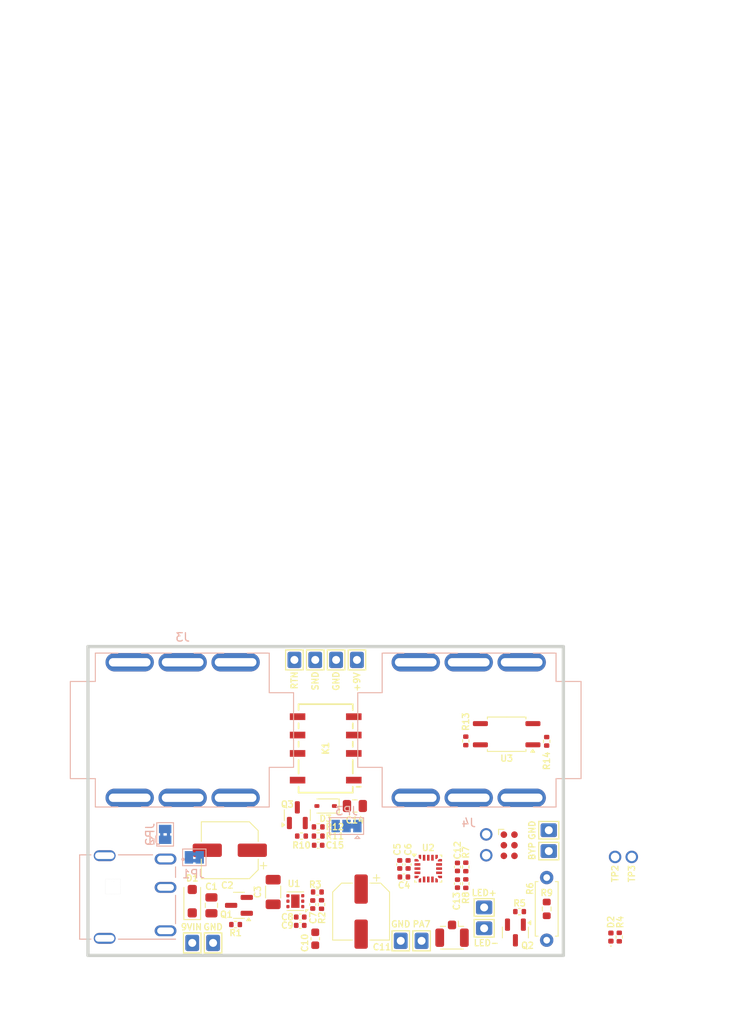
<source format=kicad_pcb>
(kicad_pcb (version 20241229) (generator "pcbnew") (generator_version "9.0")
  (layers (0 "F.Cu" signal) (2 "B.Cu" signal) (13 "F.Paste" user) (15 "B.Paste" user) (5 "F.SilkS" user "F.Silkscreen") (7 "B.SilkS" user "B.Silkscreen") (1 "F.Mask" user) (3 "B.Mask" user) (25 "Edge.Cuts" user))
  (net 0 "")
  (net 1 "GNDD")
  (net 2 "+9V")
  (net 3 "+3.3V")
  (net 4 "/ISNS")
  (net 5 "/FB")
  (net 6 "GNDA")
  (net 7 "GND")
  (net 8 "+9VIN")
  (net 9 "/Relay_And_Jacks/RLY_CL-")
  (net 10 "/rLED_DBG")
  (net 12 "Net-(Q2-G)")
  (net 13 "/Relay_And_Jacks/IN")
  (net 14 "/RLY_SET")
  (net 15 "/SW_IN")
  (net 16 "/UART1_RX")
  (net 17 "/SWDIO")
  (net 18 "/SW_OUT")
  (net 19 "/Relay_And_Jacks/OUT")
  (net 20 "Net-(R14-Pad1)")
  (net 21 "/Relay_And_Jacks/SEND")
  (net 22 "/NRST")
  (net 23 "/Relay_And_Jacks/RETURN")
  (net 24 "/UART1_TX")
  (net 25 "/Q1_G")
  (net 26 "/LED-")
  (net 27 "/SW_BYP")
  (net 28 "/SW_SPR")
  (net 29 "/SWCLK")
  (net 30 "Net-(Q3-G)")
  (net 31 "/LED_EXT")
  (net 33 "/MUTE")
  (net 34 "/LED_DBG")
  (net 35 "/rSW_BYP")
  (net 36 "/rSW_SPR")
  (net 37 "/LED+")
  (net 38 "/CLK_IN")
  (net 39 "/SPR_PA8")
  (net 40 "/SPR_PA3")
  (net 42 "/Relay_And_Jacks/RLY_CL+")
  (net 48 "/Relay_And_Jacks/OUT_R")
  (net 49 "/Relay_And_Jacks/ISNS_R")
  (footprint "Capacitor_SMD:CP_Elec_6.3x5.8" (layer "F.Cu") (at 58.05 145.4 180)
    (property "Reference" "C2" (at 0.3 -4.2 0) (layer "F.SilkS") (effects (font (size 0.75 0.75))))
    (property "Value" "47u")
    (pad "1" smd roundrect (at -2.7 0 180) (size 3.5 1.6) (layers "F.Cu" "F.Mask" "F.Paste") (roundrect_rratio 0.15625) (net 2 "+9V"))
    (pad "2" smd roundrect (at 2.7 0 180) (size 3.5 1.6) (layers "F.Cu" "F.Mask" "F.Paste") (roundrect_rratio 0.15625) (net 7 "GND"))
  )
  (footprint "Package_DFN_QFN:ST_UFQFPN-20_3x3mm_P0.5mm" (layer "F.Cu") (at 81.85 147.6)
    (property "Reference" "U2" (at 0 -2.5 0) (layer "F.SilkS") (effects (font (size 0.75 0.75))))
    (property "Value" "STM32C011F4Ux")
    (pad "1" smd custom (at -1.475 -1) (size 0.35 0.3) (layers "F.Cu" "F.Mask" "F.Paste") (options (clearance outline) (anchor rect)) (primitives (gr_poly (pts (xy 0.325 0) (xy 0.325 0.15) (xy 0.175 0.15) (xy 0.175 -0.15)) (width 0) (fill yes))))
    (pad "2" smd rect (at -1.3 -0.5) (size 0.7 0.3) (layers "F.Cu" "F.Mask" "F.Paste") (net 3 "+3.3V"))
    (pad "3" smd rect (at -1.3 0) (size 0.7 0.3) (layers "F.Cu" "F.Mask" "F.Paste") (net 1 "GNDD"))
    (pad "4" smd rect (at -1.3 0.5) (size 0.7 0.3) (layers "F.Cu" "F.Mask" "F.Paste") (net 22 "/NRST"))
    (pad "5" smd custom (at -1.475 1) (size 0.35 0.3) (layers "F.Cu" "F.Mask" "F.Paste") (net 24 "/UART1_TX") (options (clearance outline) (anchor rect)) (primitives (gr_poly (pts (xy 0.325 0) (xy 0.175 0.15) (xy 0.175 -0.15) (xy 0.325 -0.15)) (width 0) (fill yes))))
    (pad "6" smd custom (at -1 1.475) (size 0.3 0.35) (layers "F.Cu" "F.Mask" "F.Paste") (net 16 "/UART1_RX") (options (clearance outline) (anchor rect)) (primitives (gr_poly (pts (xy 0.15 -0.175) (xy -0.15 -0.175) (xy 0 -0.325) (xy 0.15 -0.325)) (width 0) (fill yes))))
    (pad "7" smd rect (at -0.5 1.3) (size 0.3 0.7) (layers "F.Cu" "F.Mask" "F.Paste") (net 4 "/ISNS"))
    (pad "8" smd rect (at 0 1.3) (size 0.3 0.7) (layers "F.Cu" "F.Mask" "F.Paste") (net 40 "/SPR_PA3"))
    (pad "9" smd rect (at 0.5 1.3) (size 0.3 0.7) (layers "F.Cu" "F.Mask" "F.Paste") (net 31 "/LED_EXT"))
    (pad "10" smd custom (at 1 1.475) (size 0.3 0.35) (layers "F.Cu" "F.Mask" "F.Paste") (net 14 "/RLY_SET") (options (clearance outline) (anchor rect)) (primitives (gr_poly (pts (xy 0.15 -0.175) (xy -0.15 -0.175) (xy -0.15 -0.325) (xy 0 -0.325)) (width 0) (fill yes))))
    (pad "11" smd custom (at 1.475 1) (size 0.35 0.3) (layers "F.Cu" "F.Mask" "F.Paste") (net 27 "/SW_BYP") (options (clearance outline) (anchor rect)) (primitives (gr_poly (pts (xy -0.175 0.15) (xy -0.325 0) (xy -0.325 -0.15) (xy -0.175 -0.15)) (width 0) (fill yes))))
    (pad "12" smd rect (at 1.3 0.5) (size 0.7 0.3) (layers "F.Cu" "F.Mask" "F.Paste") (net 28 "/SW_SPR"))
    (pad "13" smd rect (at 1.3 0) (size 0.7 0.3) (layers "F.Cu" "F.Mask" "F.Paste") (net 39 "/SPR_PA8"))
    (pad "14" smd rect (at 1.3 -0.5) (size 0.7 0.3) (layers "F.Cu" "F.Mask" "F.Paste") (net 34 "/LED_DBG"))
    (pad "15" smd custom (at 1.475 -1) (size 0.35 0.3) (layers "F.Cu" "F.Mask" "F.Paste") (net 33 "/MUTE") (options (clearance outline) (anchor rect)) (primitives (gr_poly (pts (xy -0.175 0.15) (xy -0.325 0.15) (xy -0.325 0) (xy -0.175 -0.15)) (width 0) (fill yes))))
    (pad "16" smd custom (at 1 -1.475) (size 0.3 0.35) (layers "F.Cu" "F.Mask" "F.Paste") (net 17 "/SWDIO") (options (clearance outline) (anchor rect)) (primitives (gr_poly (pts (xy 0 0.325) (xy -0.15 0.325) (xy -0.15 0.175) (xy 0.15 0.175)) (width 0) (fill yes))))
    (pad "17" smd rect (at 0.5 -1.3) (size 0.3 0.7) (layers "F.Cu" "F.Mask" "F.Paste") (net 29 "/SWCLK"))
    (pad "18" smd rect (at 0 -1.3) (size 0.3 0.7) (layers "F.Cu" "F.Mask" "F.Paste") (net 15 "/SW_IN"))
    (pad "19" smd rect (at -0.5 -1.3) (size 0.3 0.7) (layers "F.Cu" "F.Mask" "F.Paste") (net 18 "/SW_OUT"))
    (pad "20" smd custom (at -1 -1.475) (size 0.3 0.35) (layers "F.Cu" "F.Mask" "F.Paste") (net 38 "/CLK_IN") (options (clearance outline) (anchor rect)) (primitives (gr_poly (pts (xy 0.15 0.325) (xy 0 0.325) (xy -0.15 0.175) (xy 0.15 0.175)) (width 0) (fill yes))))
  )
  (footprint "Connector:Tag-Connect_TC2030-IDC-NL_2x03_P1.27mm_Vertical" (layer "F.Cu") (at 91.55 144.8 -90)
    (property "Reference" "J2" (hide yes))
    (property "Value" "TC2030")
    (pad "" np_thru_hole circle (at -2.54 0 270) (size 0.9906 0.9906) (drill 0.9906) (layers "*.Cu" "*.Mask"))
    (pad "" np_thru_hole circle (at 2.54 -1.016 270) (size 0.9906 0.9906) (drill 0.9906) (layers "*.Cu" "*.Mask"))
    (pad "" np_thru_hole circle (at 2.54 1.016 270) (size 0.9906 0.9906) (drill 0.9906) (layers "*.Cu" "*.Mask"))
    (pad "1" connect circle (at -1.27 0.635 270) (size 0.7874 0.7874) (layers "F.Cu" "F.Mask") (net 3 "+3.3V"))
    (pad "2" connect circle (at -1.27 -0.635 270) (size 0.7874 0.7874) (layers "F.Cu" "F.Mask") (net 17 "/SWDIO"))
    (pad "3" connect circle (at 0 0.635 270) (size 0.7874 0.7874) (layers "F.Cu" "F.Mask") (net 22 "/NRST"))
    (pad "4" connect circle (at 0 -0.635 270) (size 0.7874 0.7874) (layers "F.Cu" "F.Mask") (net 29 "/SWCLK"))
    (pad "5" connect circle (at 1.27 0.635 270) (size 0.7874 0.7874) (layers "F.Cu" "F.Mask") (net 1 "GNDD"))
    (pad "6" connect circle (at 1.27 -0.635 270) (size 0.7874 0.7874) (layers "F.Cu" "F.Mask") (net 24 "/UART1_TX"))
  )
  (footprint "Capacitor_SMD:C_0805_2012Metric" (layer "F.Cu") (at 55.85 152 90)
    (property "Reference" "C1" (at 2.25 0 0) (layer "F.SilkS") (effects (font (size 0.75 0.75))))
    (property "Value" "1u")
    (pad "1" smd roundrect (at -0.95 0 90) (size 1 1.45) (layers "F.Cu" "F.Mask" "F.Paste") (net 8 "+9VIN"))
    (pad "2" smd roundrect (at 0.95 0 90) (size 1 1.45) (layers "F.Cu" "F.Mask" "F.Paste") (net 7 "GND"))
  )
  (footprint "Resistor_SMD:R_0402_1005Metric" (layer "F.Cu") (at 69.05 151.9 90)
    (property "Reference" "R2" (at -1.6 0.05 270) (layer "F.SilkS") (effects (font (size 0.75 0.75))))
    (property "Value" "33k")
    (pad "1" smd roundrect (at -0.51 0 90) (size 0.54 0.64) (layers "F.Cu" "F.Mask" "F.Paste") (net 3 "+3.3V"))
    (pad "2" smd roundrect (at 0.51 0 90) (size 0.54 0.64) (layers "F.Cu" "F.Mask" "F.Paste") (net 5 "/FB"))
  )
  (footprint "Capacitor_SMD:C_0603_1608Metric" (layer "F.Cu") (at 68.3 156 -90)
    (property "Reference" "C10" (at 0.5 1.25 90) (layer "F.SilkS") (effects (font (size 0.75 0.75))))
    (property "Value" "1u")
    (pad "1" smd roundrect (at -0.775 0 270) (size 0.9 0.95) (layers "F.Cu" "F.Mask" "F.Paste") (net 3 "+3.3V"))
    (pad "2" smd roundrect (at 0.775 0 270) (size 0.9 0.95) (layers "F.Cu" "F.Mask" "F.Paste") (net 1 "GNDD"))
  )
  (footprint "Resistor_SMD:R_0402_1005Metric" (layer "F.Cu") (at 86.35 132.3 -90)
    (property "Reference" "R13" (at -2.3 0 90) (layer "F.SilkS") (effects (font (size 0.75 0.75))))
    (property "Value" "1k")
    (pad "1" smd roundrect (at -0.51 0 270) (size 0.54 0.64) (layers "F.Cu" "F.Mask" "F.Paste") (net 48 "/Relay_And_Jacks/OUT_R"))
    (pad "2" smd roundrect (at 0.51 0 270) (size 0.54 0.64) (layers "F.Cu" "F.Mask" "F.Paste") (net 19 "/Relay_And_Jacks/OUT"))
  )
  (footprint "Capacitor_SMD:C_0402_1005Metric" (layer "F.Cu") (at 85.35 149.4 -90)
    (property "Reference" "C13" (at 2.1 0.1 90) (layer "F.SilkS") (effects (font (size 0.75 0.75))))
    (property "Value" "100n")
    (pad "1" smd roundrect (at -0.48 0 270) (size 0.56 0.62) (layers "F.Cu" "F.Mask" "F.Paste") (net 27 "/SW_BYP"))
    (pad "2" smd roundrect (at 0.48 0 270) (size 0.56 0.62) (layers "F.Cu" "F.Mask" "F.Paste") (net 1 "GNDD"))
  )
  (footprint "Resistor_SMD:R_0402_1005Metric" (layer "F.Cu") (at 68.65 143.7 180)
    (property "Reference" "R11" (at -2 0 0) (layer "F.SilkS") (effects (font (size 0.75 0.75))))
    (property "Value" "1k")
    (pad "1" smd roundrect (at -0.51 0 180) (size 0.54 0.64) (layers "F.Cu" "F.Mask" "F.Paste") (net 4 "/ISNS"))
    (pad "2" smd roundrect (at 0.51 0 180) (size 0.54 0.64) (layers "F.Cu" "F.Mask" "F.Paste") (net 49 "/Relay_And_Jacks/ISNS_R"))
  )
  (footprint "g-art:WirePad_H0.95mm_22-24AWG" (layer "F.Cu") (at 73.3 122.6)
    (property "Reference" "WP8" (hide yes))
    (property "Value" "+9V" (at 0 1.4 90) (layer "F.SilkS") (effects (font (size 0.75 0.75)) (justify right)))
    (pad "1" thru_hole roundrect (at 0 0 180) (size 1.65 1.95) (drill 0.95) (layers "*.Cu" "F.Mask" "F.Paste") (roundrect_rratio 0.15) (net 2 "+9V"))
  )
  (footprint "Resistor_SMD:R_0402_1005Metric" (layer "F.Cu") (at 86.35 147.4 -90)
    (property "Reference" "R7" (at -1.75 0 90) (layer "F.SilkS") (effects (font (size 0.75 0.75))))
    (property "Value" "1k")
    (pad "1" smd roundrect (at -0.51 0 270) (size 0.54 0.64) (layers "F.Cu" "F.Mask" "F.Paste") (net 28 "/SW_SPR"))
    (pad "2" smd roundrect (at 0.51 0 270) (size 0.54 0.64) (layers "F.Cu" "F.Mask" "F.Paste") (net 36 "/rSW_SPR"))
  )
  (footprint "Package_TO_SOT_SMD:SOT-23" (layer "F.Cu") (at 59.15 152 180)
    (property "Reference" "Q1" (at 1.5 -1.1 0) (layer "F.SilkS") (effects (font (size 0.75 0.75))))
    (property "Value" "DMP3099L")
    (pad "1" smd roundrect (at -0.9375 -0.95 180) (size 1.475 0.6) (layers "F.Cu" "F.Mask" "F.Paste") (net 25 "/Q1_G"))
    (pad "2" smd roundrect (at -0.9375 0.95 180) (size 1.475 0.6) (layers "F.Cu" "F.Mask" "F.Paste") (net 2 "+9V"))
    (pad "3" smd roundrect (at 0.9375 0 180) (size 1.475 0.6) (layers "F.Cu" "F.Mask" "F.Paste") (net 8 "+9VIN"))
  )
  (footprint "Resistor_SMD:R_0402_1005Metric" (layer "F.Cu") (at 66.65 143.7 180)
    (property "Reference" "R10" (at 0 -1.1 180) (layer "F.SilkS") (effects (font (size 0.75 0.75))))
    (property "Value" "1k")
    (pad "1" smd roundrect (at -0.51 0 180) (size 0.54 0.64) (layers "F.Cu" "F.Mask" "F.Paste") (net 14 "/RLY_SET"))
    (pad "2" smd roundrect (at 0.51 0 180) (size 0.54 0.64) (layers "F.Cu" "F.Mask" "F.Paste") (net 30 "Net-(Q3-G)"))
  )
  (footprint "g-art:WirePad_H0.95mm_22-24AWG" (layer "F.Cu") (at 53.55 156.5)
    (property "Reference" "WP1" (hide yes))
    (property "Value" "9VIN" (at -0.1 -1.9 0) (layer "F.SilkS") (effects (font (size 0.75 0.75))))
    (pad "1" thru_hole roundrect (at 0 0 180) (size 1.65 1.95) (drill 0.95) (layers "*.Cu" "F.Mask" "F.Paste") (roundrect_rratio 0.15) (net 8 "+9VIN"))
  )
  (footprint "Package_TO_SOT_SMD:SOT-23" (layer "F.Cu") (at 66.15 141.2 90)
    (property "Reference" "Q3" (at 1.3 -1.2 180) (layer "F.SilkS") (effects (font (size 0.75 0.75))))
    (property "Value" "DMN62D0U-7")
    (pad "1" smd roundrect (at -0.9375 -0.95 90) (size 1.475 0.6) (layers "F.Cu" "F.Mask" "F.Paste") (net 30 "Net-(Q3-G)"))
    (pad "2" smd roundrect (at -0.9375 0.95 90) (size 1.475 0.6) (layers "F.Cu" "F.Mask" "F.Paste") (net 49 "/Relay_And_Jacks/ISNS_R"))
    (pad "3" smd roundrect (at 0.9375 0 90) (size 1.475 0.6) (layers "F.Cu" "F.Mask" "F.Paste") (net 9 "/Relay_And_Jacks/RLY_CL-"))
  )
  (footprint "g-art:WirePad_H0.95mm_22-24AWG" (layer "F.Cu") (at 88.55 152.25 90)
    (property "Reference" "WP10" (hide yes))
    (property "Value" "LED+" (at 1.75 0 0) (layer "F.SilkS") (effects (font (size 0.75 0.75))))
    (pad "1" thru_hole roundrect (at 0 0 270) (size 1.65 1.95) (drill 0.95) (layers "*.Cu" "F.Mask" "F.Paste") (roundrect_rratio 0.15) (net 37 "/LED+"))
  )
  (footprint "Capacitor_SMD:C_0805_2012Metric" (layer "F.Cu") (at 73.05 140.1)
    (property "Reference" "C14" (at 0 1.7 0) (layer "F.SilkS") (effects (font (size 0.75 0.75))))
    (property "Value" "1u")
    (pad "1" smd roundrect (at -0.95 0) (size 1 1.45) (layers "F.Cu" "F.Mask" "F.Paste") (net 42 "/Relay_And_Jacks/RLY_CL+"))
    (pad "2" smd roundrect (at 0.95 0) (size 1 1.45) (layers "F.Cu" "F.Mask" "F.Paste") (net 1 "GNDD"))
  )
  (footprint "g-art:WirePad_H0.95mm_22-24AWG" (layer "F.Cu") (at 68.3 122.6)
    (property "Reference" "WP6" (hide yes))
    (property "Value" "SND" (at 0 1.3 90) (layer "F.SilkS") (effects (font (size 0.75 0.75)) (justify right)))
    (pad "1" thru_hole roundrect (at 0 0 180) (size 1.65 1.95) (drill 0.95) (layers "*.Cu" "F.Mask" "F.Paste") (roundrect_rratio 0.15) (net 21 "/Relay_And_Jacks/SEND"))
  )
  (footprint "Resistor_SMD:R_0402_1005Metric" (layer "F.Cu") (at 92.8 152.75)
    (property "Reference" "R5" (at 0 -1 0) (layer "F.SilkS") (effects (font (size 0.75 0.75))))
    (property "Value" "1k")
    (pad "1" smd roundrect (at -0.51 0) (size 0.54 0.64) (layers "F.Cu" "F.Mask" "F.Paste") (net 31 "/LED_EXT"))
    (pad "2" smd roundrect (at 0.51 0) (size 0.54 0.64) (layers "F.Cu" "F.Mask" "F.Paste") (net 12 "Net-(Q2-G)"))
  )
  (footprint "g-art:WirePad_H0.95mm_22-24AWG" (layer "F.Cu") (at 96.3 143 90)
    (property "Reference" "WP5" (hide yes))
    (property "Value" "GND" (at 0 -2 90) (layer "F.SilkS") (effects (font (size 0.75 0.75))))
    (pad "1" thru_hole roundrect (at 0 0 270) (size 1.65 1.95) (drill 0.95) (layers "*.Cu" "F.Mask" "F.Paste") (roundrect_rratio 0.15) (net 1 "GNDD"))
  )
  (footprint "LED_SMD:LED_0402_1005Metric" (layer "F.Cu") (at 103.75 155.8 90)
    (property "Reference" "D2" (at 1.8 0 90) (layer "F.SilkS") (effects (font (size 0.75 0.75))))
    (property "Value" "Red")
    (pad "1" smd roundrect (at -0.485 0 90) (size 0.59 0.64) (layers "F.Cu" "F.Mask" "F.Paste") (net 1 "GNDD"))
    (pad "2" smd roundrect (at 0.485 0 90) (size 0.59 0.64) (layers "F.Cu" "F.Mask" "F.Paste") (net 10 "/rLED_DBG"))
  )
  (footprint "g-art:TestPoint_PTH_H1.02mm_NoOutline" (layer "F.Cu") (at 88.8 146 -90)
    (property "Reference" "TP4" (hide yes))
    (property "Value" "TX")
    (pad "1" thru_hole circle (at 0 0 270) (size 1.5 1.5) (drill 1.02) (layers "*.Cu" "F.Mask" "F.Paste") (net 24 "/UART1_TX"))
  )
  (footprint "g-art:WirePad_H0.95mm_22-24AWG" (layer "F.Cu") (at 78.55 156.25)
    (property "Reference" "WP12" (hide yes))
    (property "Value" "GND" (at 0 -2 0) (layer "F.SilkS") (effects (font (size 0.75 0.75))))
    (pad "1" thru_hole roundrect (at 0 0 180) (size 1.65 1.95) (drill 0.95) (layers "*.Cu" "F.Mask" "F.Paste") (roundrect_rratio 0.15) (net 1 "GNDD"))
  )
  (footprint "Resistor_SMD:R_0402_1005Metric" (layer "F.Cu") (at 68.65 142.6)
    (property "Reference" "R12" (at 2 0 0) (layer "F.SilkS") (effects (font (size 0.75 0.75))))
    (property "Value" "3.3")
    (pad "1" smd roundrect (at -0.51 0) (size 0.54 0.64) (layers "F.Cu" "F.Mask" "F.Paste") (net 49 "/Relay_And_Jacks/ISNS_R"))
    (pad "2" smd roundrect (at 0.51 0) (size 0.54 0.64) (layers "F.Cu" "F.Mask" "F.Paste") (net 1 "GNDD"))
  )
  (footprint "g-res:R_Axial_DIN0207_L6.3mm_D2.5mm_P7.5mm_Horizontal" (layer "F.Cu") (at 96.05 148.675 -90)
    (property "Reference" "R6" (at 1.325 2 90) (layer "F.SilkS") (effects (font (size 0.75 0.75))))
    (property "Value" "3.3k")
    (pad "1" thru_hole circle (at 0 0 270) (size 1.6 1.6) (drill 0.8) (layers "*.Cu" "*.Mask") (net 2 "+9V"))
    (pad "2" thru_hole oval (at 7.5 0 270) (size 1.6 1.6) (drill 0.8) (layers "*.Cu" "*.Mask") (net 37 "/LED+"))
  )
  (footprint "Capacitor_SMD:C_0402_1005Metric" (layer "F.Cu") (at 78.93 148.6 180)
    (property "Reference" "C4" (at -0.02 -1 0) (layer "F.SilkS") (effects (font (size 0.75 0.75))))
    (property "Value" "100n")
    (pad "1" smd roundrect (at -0.48 0 180) (size 0.56 0.62) (layers "F.Cu" "F.Mask" "F.Paste") (net 22 "/NRST"))
    (pad "2" smd roundrect (at 0.48 0 180) (size 0.56 0.62) (layers "F.Cu" "F.Mask" "F.Paste") (net 1 "GNDD"))
  )
  (footprint "Capacitor_SMD:C_1206_3216Metric" (layer "F.Cu") (at 63.25 150.4 90)
    (property "Reference" "C3" (at 0 -1.85 90) (layer "F.SilkS") (effects (font (size 0.75 0.75))))
    (property "Value" "2.2u")
    (pad "1" smd roundrect (at -1.475 0 90) (size 1.15 1.8) (layers "F.Cu" "F.Mask" "F.Paste") (roundrect_rratio 0.217391) (net 2 "+9V"))
    (pad "2" smd roundrect (at 1.475 0 90) (size 1.15 1.8) (layers "F.Cu" "F.Mask" "F.Paste") (roundrect_rratio 0.217391) (net 1 "GNDD"))
  )
  (footprint "g-art:WirePad_H0.95mm_22-24AWG" (layer "F.Cu") (at 88.55 154.75 90)
    (property "Reference" "WP11" (hide yes))
    (property "Value" "LED-" (at -1.75 0.25 0) (layer "F.SilkS") (effects (font (size 0.75 0.75))))
    (pad "1" thru_hole roundrect (at 0 0 270) (size 1.65 1.95) (drill 0.95) (layers "*.Cu" "F.Mask" "F.Paste") (roundrect_rratio 0.15) (net 26 "/LED-"))
  )
  (footprint "Resistor_SMD:R_0402_1005Metric" (layer "F.Cu") (at 58.75 154.3 180)
    (property "Reference" "R1" (at 0 -1 0) (layer "F.SilkS") (effects (font (size 0.75 0.75))))
    (property "Value" "100k")
    (pad "1" smd roundrect (at -0.51 0 180) (size 0.54 0.64) (layers "F.Cu" "F.Mask" "F.Paste") (net 25 "/Q1_G"))
    (pad "2" smd roundrect (at 0.51 0 180) (size 0.54 0.64) (layers "F.Cu" "F.Mask" "F.Paste") (net 7 "GND"))
  )
  (footprint "g-art:WirePad_H0.95mm_22-24AWG" (layer "F.Cu") (at 81.05 156.25)
    (property "Reference" "WP3" (hide yes))
    (property "Value" "PA7" (at 0 -2 0) (layer "F.SilkS") (effects (font (size 0.75 0.75))))
    (pad "1" thru_hole roundrect (at 0 0 180) (size 1.65 1.95) (drill 0.95) (layers "*.Cu" "F.Mask" "F.Paste") (roundrect_rratio 0.15) (net 36 "/rSW_SPR"))
  )
  (footprint "Resistor_SMD:R_0402_1005Metric" (layer "F.Cu") (at 104.75 155.8 90)
    (property "Reference" "R4" (at 1.8 0.1 90) (layer "F.SilkS") (effects (font (size 0.75 0.75))))
    (property "Value" "470")
    (pad "1" smd roundrect (at -0.51 0 90) (size 0.54 0.64) (layers "F.Cu" "F.Mask" "F.Paste") (net 34 "/LED_DBG"))
    (pad "2" smd roundrect (at 0.51 0 90) (size 0.54 0.64) (layers "F.Cu" "F.Mask" "F.Paste") (net 10 "/rLED_DBG"))
  )
  (footprint "Capacitor_SMD:C_0402_1005Metric" (layer "F.Cu") (at 85.35 147.4 90)
    (property "Reference" "C12" (at 2 0 90) (layer "F.SilkS") (effects (font (size 0.75 0.75))))
    (property "Value" "100n")
    (pad "1" smd roundrect (at -0.48 0 90) (size 0.56 0.62) (layers "F.Cu" "F.Mask" "F.Paste") (net 28 "/SW_SPR"))
    (pad "2" smd roundrect (at 0.48 0 90) (size 0.56 0.62) (layers "F.Cu" "F.Mask" "F.Paste") (net 1 "GNDD"))
  )
  (footprint "g-rly:UD23NU" (layer "F.Cu") (at 69.55 133.2 90)
    (property "Reference" "K1" (at 0 0 90) (layer "F.SilkS") (effects (font (size 0.75 0.75) (thickness 0.254))))
    (property "Value" "IM05JR" (hide yes))
    (pad "1" smd rect (at -3.8 3.37 90) (size 0.8 1.86) (layers "F.Cu" "F.Mask" "F.Paste") (net 42 "/Relay_And_Jacks/RLY_CL+"))
    (pad "2" smd rect (at -0.6 3.37 90) (size 0.8 1.86) (layers "F.Cu" "F.Mask" "F.Paste") (net 6 "GNDA"))
    (pad "3" smd rect (at 1.6 3.37 90) (size 0.8 1.86) (layers "F.Cu" "F.Mask" "F.Paste") (net 21 "/Relay_And_Jacks/SEND"))
    (pad "4" smd rect (at 3.8 3.37 90) (size 0.8 1.86) (layers "F.Cu" "F.Mask" "F.Paste") (net 13 "/Relay_And_Jacks/IN"))
    (pad "5" smd rect (at 3.8 -3.37 90) (size 0.8 1.86) (layers "F.Cu" "F.Mask" "F.Paste") (net 23 "/Relay_And_Jacks/RETURN"))
    (pad "6" smd rect (at 1.6 -3.37 90) (size 0.8 1.86) (layers "F.Cu" "F.Mask" "F.Paste") (net 48 "/Relay_And_Jacks/OUT_R"))
    (pad "7" smd rect (at -0.6 -3.37 90) (size 0.8 1.86) (layers "F.Cu" "F.Mask" "F.Paste") (net 13 "/Relay_And_Jacks/IN"))
    (pad "8" smd rect (at -3.8 -3.37 90) (size 0.8 1.86) (layers "F.Cu" "F.Mask" "F.Paste") (net 9 "/Relay_And_Jacks/RLY_CL-"))
  )
  (footprint "Resistor_SMD:R_0603_1608Metric" (layer "F.Cu") (at 96.05 152.425 -90)
    (property "Reference" "R9" (at -1.925 0 180) (layer "F.SilkS") (effects (font (size 0.75 0.75))))
    (property "Value" "3.3k")
    (pad "1" smd roundrect (at -0.825 0 270) (size 0.8 0.95) (layers "F.Cu" "F.Mask" "F.Paste") (net 2 "+9V"))
    (pad "2" smd roundrect (at 0.825 0 270) (size 0.8 0.95) (layers "F.Cu" "F.Mask" "F.Paste") (net 37 "/LED+"))
  )
  (footprint "Capacitor_SMD:C_0402_1005Metric" (layer "F.Cu") (at 79.43 147.1 -90)
    (property "Reference" "C6" (at -1.8 0 90) (layer "F.SilkS") (effects (font (size 0.75 0.75))))
    (property "Value" "10n")
    (pad "1" smd roundrect (at -0.48 0 270) (size 0.56 0.62) (layers "F.Cu" "F.Mask" "F.Paste") (net 3 "+3.3V"))
    (pad "2" smd roundrect (at 0.48 0 270) (size 0.56 0.62) (layers "F.Cu" "F.Mask" "F.Paste") (net 1 "GNDD"))
  )
  (footprint "Package_SO:SO-4_4.4x3.9mm_P2.54mm" (layer "F.Cu") (at 91.25 131.5 180)
    (property "Reference" "U3" (at 0 -2.9 0) (layer "F.SilkS") (effects (font (size 0.75 0.75))))
    (property "Value" "TLP170AM")
    (pad "1" smd roundrect (at -3.15 -1.27 180) (size 1.8 0.6) (layers "F.Cu" "F.Mask" "F.Paste") (net 20 "Net-(R14-Pad1)"))
    (pad "2" smd roundrect (at -3.15 1.27 180) (size 1.8 0.6) (layers "F.Cu" "F.Mask" "F.Paste") (net 1 "GNDD"))
    (pad "3" smd roundrect (at 3.15 1.27 180) (size 1.8 0.6) (layers "F.Cu" "F.Mask" "F.Paste") (net 6 "GNDA"))
    (pad "4" smd roundrect (at 3.15 -1.27 180) (size 1.8 0.6) (layers "F.Cu" "F.Mask" "F.Paste") (net 19 "/Relay_And_Jacks/OUT"))
  )
  (footprint "g-art:TestPoint_PTH_H1.02mm_NoOutline" (layer "F.Cu") (at 104.25 146.2)
    (property "Reference" "TP2" (at 0 2 90) (layer "F.SilkS") (effects (font (size 0.75 0.75))))
    (property "Value" "PA3")
    (pad "1" thru_hole circle (at 0 0) (size 1.5 1.5) (drill 1.02) (layers "*.Cu" "F.Mask" "F.Paste") (net 40 "/SPR_PA3"))
  )
  (footprint "Connector_Coaxial:U.FL_Hirose_U.FL-R-SMT-1_Vertical" (layer "F.Cu") (at 84.7 155.4 -90)
    (property "Reference" "J5" (hide yes))
    (property "Value" "Conn_Coaxial_Small" (hide yes))
    (pad "1" smd roundrect (at -1.05 0 270) (size 1.05 1) (layers "F.Cu" "F.Mask" "F.Paste") (net 38 "/CLK_IN"))
    (pad "2" smd roundrect (at 0.475 -1.475 270) (size 2.2 1.05) (layers "F.Cu" "F.Mask" "F.Paste") (roundrect_rratio 0.2380952381) (net 1 "GNDD"))
    (pad "2" smd roundrect (at 0.475 1.475 270) (size 2.2 1.05) (layers "F.Cu" "F.Mask" "F.Paste") (roundrect_rratio 0.2380952381) (net 1 "GNDD"))
  )
  (footprint "g-art:WirePad_H0.95mm_22-24AWG" (layer "F.Cu") (at 70.8 122.6)
    (property "Reference" "WP9" (hide yes))
    (property "Value" "GND" (at 0 1.3 90) (layer "F.SilkS") (effects (font (size 0.75 0.75)) (justify right)))
    (pad "1" thru_hole roundrect (at 0 0 180) (size 1.65 1.95) (drill 0.95) (layers "*.Cu" "F.Mask" "F.Paste") (roundrect_rratio 0.15) (net 6 "GNDA"))
  )
  (footprint "g-art:Footswitch_SPST" (layer "F.Cu") (at 69.55 153.5)
    (property "Reference" "REF**" (hide yes))
    (property "Value" "Footswitch_SPST" (hide yes))
  )
  (footprint "Resistor_SMD:R_0402_1005Metric" (layer "F.Cu") (at 86.35 149.4 -90)
    (property "Reference" "R8" (at 1.7 0 90) (layer "F.SilkS") (effects (font (size 0.75 0.75))))
    (property "Value" "1k")
    (pad "1" smd roundrect (at -0.51 0 270) (size 0.54 0.64) (layers "F.Cu" "F.Mask" "F.Paste") (net 27 "/SW_BYP"))
    (pad "2" smd roundrect (at 0.51 0 270) (size 0.54 0.64) (layers "F.Cu" "F.Mask" "F.Paste") (net 35 "/rSW_BYP"))
  )
  (footprint "Resistor_SMD:R_0402_1005Metric" (layer "F.Cu") (at 96.05 132.35 90)
    (property "Reference" "R14" (at -2.35 0 90) (layer "F.SilkS") (effects (font (size 0.75 0.75))))
    (property "Value" "330")
    (pad "1" smd roundrect (at -0.51 0 90) (size 0.54 0.64) (layers "F.Cu" "F.Mask" "F.Paste") (net 20 "Net-(R14-Pad1)"))
    (pad "2" smd roundrect (at 0.51 0 90) (size 0.54 0.64) (layers "F.Cu" "F.Mask" "F.Paste") (net 33 "/MUTE"))
  )
  (footprint "Diode_SMD:D_SOD-323" (layer "F.Cu") (at 69.55 140.1 180)
    (property "Reference" "D3" (at 0 -1.5 180) (layer "F.SilkS") (effects (font (size 0.75 0.75))))
    (property "Value" "PMEG4010CEAX")
    (pad "1" smd roundrect (at -1.05 0 180) (size 0.6 0.45) (layers "F.Cu" "F.Mask" "F.Paste") (net 42 "/Relay_And_Jacks/RLY_CL+"))
    (pad "2" smd roundrect (at 1.05 0 180) (size 0.6 0.45) (layers "F.Cu" "F.Mask" "F.Paste") (net 9 "/Relay_And_Jacks/RLY_CL-"))
  )
  (footprint "g-art:WirePad_H0.95mm_22-24AWG" (layer "F.Cu") (at 65.8 122.6)
    (property "Reference" "WP7" (hide yes))
    (property "Value" "RTN" (at 0 1.3 90) (layer "F.SilkS") (effects (font (size 0.75 0.75)) (justify right)))
    (pad "1" thru_hole roundrect (at 0 0 180) (size 1.65 1.95) (drill 0.95) (layers "*.Cu" "F.Mask" "F.Paste") (roundrect_rratio 0.15) (net 23 "/Relay_And_Jacks/RETURN"))
  )
  (footprint "Resistor_SMD:R_0402_1005Metric" (layer "F.Cu") (at 68.55 150.4 180)
    (property "Reference" "R3" (at 0.25 0.9 0) (layer "F.SilkS") (effects (font (size 0.75 0.75))))
    (property "Value" "12k")
    (pad "1" smd roundrect (at -0.51 0 180) (size 0.54 0.64) (layers "F.Cu" "F.Mask" "F.Paste") (net 5 "/FB"))
    (pad "2" smd roundrect (at 0.51 0 180) (size 0.54 0.64) (layers "F.Cu" "F.Mask" "F.Paste") (net 1 "GNDD"))
  )
  (footprint "g-art:TestPoint_PTH_H1.02mm_NoOutline" (layer "F.Cu") (at 106.25 146.2)
    (property "Reference" "TP3" (at 0 2 90) (layer "F.SilkS") (effects (font (size 0.75 0.75))))
    (property "Value" "PA8")
    (pad "1" thru_hole circle (at 0 0) (size 1.5 1.5) (drill 1.02) (layers "*.Cu" "F.Mask" "F.Paste") (net 39 "/SPR_PA8"))
  )
  (footprint "Capacitor_SMD:C_0402_1005Metric" (layer "F.Cu") (at 66.5 153.4 180)
    (property "Reference" "C8" (at 1.55 0 0) (layer "F.SilkS") (effects (font (size 0.75 0.75))))
    (property "Value" "22n")
    (pad "1" smd roundrect (at -0.48 0 180) (size 0.56 0.62) (layers "F.Cu" "F.Mask" "F.Paste") (net 3 "+3.3V"))
    (pad "2" smd roundrect (at 0.48 0 180) (size 0.56 0.62) (layers "F.Cu" "F.Mask" "F.Paste") (net 1 "GNDD"))
  )
  (footprint "g-art:TestPoint_PTH_H1.02mm_NoOutline" (layer "F.Cu") (at 88.8 143.5 90)
    (property "Reference" "TP5" (hide yes))
    (property "Value" "RX")
    (pad "1" thru_hole circle (at 0 0 90) (size 1.5 1.5) (drill 1.02) (layers "*.Cu" "F.Mask" "F.Paste") (net 16 "/UART1_RX"))
  )
  (footprint "Capacitor_SMD:CP_Elec_6.3x5.8" (layer "F.Cu") (at 73.8 152.75 -90)
    (property "Reference" "C11" (at 4.25 -2.5 0) (layer "F.SilkS") (effects (font (size 0.75 0.75))))
    (property "Value" "47u")
    (pad "1" smd roundrect (at -2.7 0 270) (size 3.5 1.6) (layers "F.Cu" "F.Mask" "F.Paste") (roundrect_rratio 0.15625) (net 3 "+3.3V"))
    (pad "2" smd roundrect (at 2.7 0 270) (size 3.5 1.6) (layers "F.Cu" "F.Mask" "F.Paste") (roundrect_rratio 0.15625) (net 1 "GNDD"))
  )
  (footprint "Capacitor_SMD:C_0402_1005Metric" (layer "F.Cu") (at 78.43 147.1 -90)
    (property "Reference" "C5" (at -1.8 0.3 90) (layer "F.SilkS") (effects (font (size 0.75 0.75))))
    (property "Value" "100n")
    (pad "1" smd roundrect (at -0.48 0 270) (size 0.56 0.62) (layers "F.Cu" "F.Mask" "F.Paste") (net 3 "+3.3V"))
    (pad "2" smd roundrect (at 0.48 0 270) (size 0.56 0.62) (layers "F.Cu" "F.Mask" "F.Paste") (net 1 "GNDD"))
  )
  (footprint "Package_SON:WSON-6-1EP_2x2mm_P0.65mm_EP1x1.6mm" (layer "F.Cu") (at 65.9125 151.5 180)
    (property "Reference" "U1" (at 0.1625 2.1 0) (layer "F.SilkS") (effects (font (size 0.75 0.75))))
    (property "Value" "TLV76701DRVR")
    (pad "1" smd roundrect (at -0.8875 -0.65 180) (size 0.375 0.4) (layers "F.Cu" "F.Mask" "F.Paste") (net 3 "+3.3V"))
    (pad "2" smd roundrect (at -0.8875 0 180) (size 0.375 0.4) (layers "F.Cu" "F.Mask" "F.Paste") (net 5 "/FB"))
    (pad "3" smd roundrect (at -0.8875 0.65 180) (size 0.375 0.4) (layers "F.Cu" "F.Mask" "F.Paste") (net 1 "GNDD"))
    (pad "4" smd roundrect (at 0.8875 0.65 180) (size 0.375 0.4) (layers "F.Cu" "F.Mask" "F.Paste"))
    (pad "5" smd roundrect (at 0.8875 0 180) (size 0.375 0.4) (layers "F.Cu" "F.Mask" "F.Paste") (net 1 "GNDD"))
    (pad "6" smd roundrect (at 0.8875 -0.65 180) (size 0.375 0.4) (layers "F.Cu" "F.Mask" "F.Paste") (net 2 "+9V"))
    (pad "7" smd rect (at 0 0 180) (size 1 1.6) (property pad_prop_heatsink) (layers "F.Cu" "F.Mask") (net 1 "GNDD"))
  )
  (footprint "Package_TO_SOT_SMD:SOT-23" (layer "F.Cu") (at 92.3 155.25 -90)
    (property "Reference" "Q2" (at 1.5625 -1.45 180) (layer "F.SilkS") (effects (font (size 0.75 0.75))))
    (property "Value" "DMN62D0U-7")
    (pad "1" smd roundrect (at -0.9375 -0.95 270) (size 1.475 0.6) (layers "F.Cu" "F.Mask" "F.Paste") (net 12 "Net-(Q2-G)"))
    (pad "2" smd roundrect (at -0.9375 0.95 270) (size 1.475 0.6) (layers "F.Cu" "F.Mask" "F.Paste") (net 1 "GNDD"))
    (pad "3" smd roundrect (at 0.9375 0 270) (size 1.475 0.6) (layers "F.Cu" "F.Mask" "F.Paste") (net 26 "/LED-"))
  )
  (footprint "Capacitor_SMD:C_0402_1005Metric" (layer "F.Cu") (at 68 151.9 90)
    (property "Reference" "C7" (at -1.6 0.05 270) (layer "F.SilkS") (effects (font (size 0.75 0.75))))
    (property "Value" "10p")
    (pad "1" smd roundrect (at -0.48 0 90) (size 0.56 0.62) (layers "F.Cu" "F.Mask" "F.Paste") (net 3 "+3.3V"))
    (pad "2" smd roundrect (at 0.48 0 90) (size 0.56 0.62) (layers "F.Cu" "F.Mask" "F.Paste") (net 5 "/FB"))
  )
  (footprint "Capacitor_SMD:C_0402_1005Metric" (layer "F.Cu") (at 66.5 154.4 180)
    (property "Reference" "C9" (at 1.55 0 0) (layer "F.SilkS") (effects (font (size 0.75 0.75))))
    (property "Value" "220n")
    (pad "1" smd roundrect (at -0.48 0 180) (size 0.56 0.62) (layers "F.Cu" "F.Mask" "F.Paste") (net 3 "+3.3V"))
    (pad "2" smd roundrect (at 0.48 0 180) (size 0.56 0.62) (layers "F.Cu" "F.Mask" "F.Paste") (net 1 "GNDD"))
  )
  (footprint "Diode_SMD:D_SOD-123F" (layer "F.Cu") (at 53.55 151.5 90)
    (property "Reference" "D1" (at 2.75 0 0) (layer "F.SilkS") (effects (font (size 0.75 0.75))))
    (property "Value" "SMF4L9.0A")
    (pad "1" smd roundrect (at -1.4 0 90) (size 1.1 1.1) (layers "F.Cu" "F.Mask" "F.Paste") (roundrect_rratio 0.2272727273) (net 8 "+9VIN"))
    (pad "2" smd roundrect (at 1.4 0 90) (size 1.1 1.1) (layers "F.Cu" "F.Mask" "F.Paste") (roundrect_rratio 0.2272727273) (net 7 "GND"))
  )
  (footprint "Capacitor_SMD:C_0402_1005Metric" (layer "F.Cu") (at 68.65 144.8 180)
    (property "Reference" "C15" (at -2 0 0) (layer "F.SilkS") (effects (font (size 0.75 0.75))))
    (property "Value" "100n")
    (pad "1" smd roundrect (at -0.48 0 180) (size 0.56 0.62) (layers "F.Cu" "F.Mask" "F.Paste") (net 4 "/ISNS"))
    (pad "2" smd roundrect (at 0.48 0 180) (size 0.56 0.62) (layers "F.Cu" "F.Mask" "F.Paste") (net 1 "GNDD"))
  )
  (footprint "g-art:WirePad_H0.95mm_22-24AWG" (layer "F.Cu") (at 96.3 145.5 90)
    (property "Reference" "WP4" (hide yes))
    (property "Value" "BYP" (at 0 -2 90) (layer "F.SilkS") (effects (font (size 0.75 0.75))))
    (pad "1" thru_hole roundrect (at 0 0 270) (size 1.65 1.95) (drill 0.95) (layers "*.Cu" "F.Mask" "F.Paste") (roundrect_rratio 0.15) (net 35 "/rSW_BYP"))
  )
  (footprint "g-art:WirePad_H0.95mm_22-24AWG" (layer "F.Cu") (at 56.05 156.5)
    (property "Reference" "WP2" (hide yes))
    (property "Value" "GND" (at 0 -1.9 0) (layer "F.SilkS") (effects (font (size 0.75 0.75))))
    (pad "1" thru_hole roundrect (at 0 0 180) (size 1.65 1.95) (drill 0.95) (layers "*.Cu" "F.Mask" "F.Paste") (roundrect_rratio 0.15) (net 7 "GND"))
  )
  (footprint "g-con:BarrelJack_CUI_PJ-051A" (layer "B.Cu") (at 45.8 151 180)
    (property "Reference" "J1" (at -3.06902 6.77034 0) (layer "B.SilkS") (effects (font (size 1.000079 1.000079)) (justify mirror)))
    (property "Value" "3")
    (fp_line (start 2.65 2.15) (end 2.65 0.35) (stroke (width 0.01)) (layer "Edge.Cuts"))
    (fp_line (start 2.65 0.35) (end 0.85 0.35) (stroke (width 0.01)) (layer "Edge.Cuts"))
    (fp_line (start 0.85 2.15) (end 2.65 2.15) (stroke (width 0.01)) (layer "Edge.Cuts"))
    (fp_line (start 0.85 0.35) (end 0.85 2.15) (stroke (width 0.01)) (layer "Edge.Cuts"))
    (pad "" np_thru_hole circle (at 1.75 1.25 180) (size 1.3 1.3) (drill 1.3) (layers "*.Cu" "*.Mask"))
    (pad "1" thru_hole oval (at -4.55 4.55 180) (size 2.616 1.308) (drill oval 2 0.8) (layers "*.Cu" "*.Mask") (net 7 "GND"))
    (pad "2" thru_hole oval (at -4.55 -4.05 180) (size 2.616 1.308) (drill oval 2 0.8) (layers "*.Cu" "*.Mask") (net 8 "+9VIN"))
    (pad "3" thru_hole oval (at -4.55 1.15 180) (size 2.616 1.308) (drill oval 2 0.8) (layers "*.Cu" "*.Mask"))
    (pad "SH1" thru_hole oval (at 2.75 4.95 180) (size 2.616 1.308) (drill oval 2.3 0.8) (layers "*.Cu" "*.Mask") (net 7 "GND"))
    (pad "SH2" thru_hole oval (at 2.75 -4.95 180) (size 2.616 1.308) (drill oval 2.3 0.8) (layers "*.Cu" "*.Mask") (net 7 "GND"))
  )
  (footprint "Jumper:SolderJumper-2_P1.3mm_Bridged2Bar_Pad1.0x1.5mm" (layer "B.Cu") (at 50.3 143.5 -90)
    (property "Reference" "JP2" (at 0 1.8 90) (layer "B.SilkS") (effects (justify mirror)))
    (property "Value" "Jumper_2_Small_Bridged")
    (fp_poly (pts (xy -0.25 0.6) (xy 0.25 0.6) (xy 0.25 0.2) (xy -0.25 0.2)) (fill yes) (layer "B.Cu"))
    (fp_poly (pts (xy -0.25 -0.2) (xy 0.25 -0.2) (xy 0.25 -0.6) (xy -0.25 -0.6)) (fill yes) (layer "B.Cu"))
    (pad "1" smd rect (at -0.65 0 270) (size 1 1.5) (layers "B.Cu" "B.Mask") (net 6 "GNDA"))
    (pad "2" smd rect (at 0.65 0 270) (size 1 1.5) (layers "B.Cu" "B.Mask") (net 7 "GND"))
  )
  (footprint "g-con:Jack_6.35mm_Neutrik_NMJ6HCD2_LARGE_SLOTS" (layer "B.Cu") (at 39.05 131)
    (property "Reference" "J3" (at 13.35 -11.115 0) (layer "B.SilkS") (effects (justify mirror)))
    (property "Value" "AudioJack3_Switch")
    (pad "R" thru_hole oval (at 13.35 -8.115 180) (size 5.8 2.2) (drill oval 5 1) (layers "*.Cu" "*.Mask"))
    (pad "RN" thru_hole oval (at 13.35 8.115 180) (size 5.8 2.2) (drill oval 5 1) (layers "*.Cu" "*.Mask"))
    (pad "S" thru_hole oval (at 7 -8.115 180) (size 5.8 2.2) (drill oval 5 1) (layers "*.Cu" "*.Mask") (net 6 "GNDA"))
    (pad "SN" thru_hole oval (at 7 8.115 180) (size 5.8 2.2) (drill oval 5 1) (layers "*.Cu" "*.Mask") (net 15 "/SW_IN"))
    (pad "T" thru_hole oval (at 19.7 -8.115 180) (size 5.8 2.2) (drill oval 5 1) (layers "*.Cu" "*.Mask") (net 13 "/Relay_And_Jacks/IN"))
    (pad "TN" thru_hole oval (at 19.7 8.115 180) (size 5.8 2.2) (drill oval 5 1) (layers "*.Cu" "*.Mask") (net 6 "GNDA"))
  )
  (footprint "Jumper:SolderJumper-2_P1.3mm_Bridged2Bar_Pad1.0x1.5mm" (layer "B.Cu") (at 53.8 146.25 180)
    (property "Reference" "JP1" (at 0.1 -2 0) (layer "B.SilkS") (effects (justify mirror)))
    (property "Value" "Jumper_2_Small_Bridged")
    (fp_poly (pts (xy -0.25 0.6) (xy 0.25 0.6) (xy 0.25 0.2) (xy -0.25 0.2)) (fill yes) (layer "B.Cu"))
    (fp_poly (pts (xy -0.25 -0.2) (xy 0.25 -0.2) (xy 0.25 -0.6) (xy -0.25 -0.6)) (fill yes) (layer "B.Cu"))
    (pad "1" smd rect (at -0.65 0 180) (size 1 1.5) (layers "B.Cu" "B.Mask") (net 1 "GNDD"))
    (pad "2" smd rect (at 0.65 0 180) (size 1 1.5) (layers "B.Cu" "B.Mask") (net 7 "GND"))
  )
  (footprint "g-con:Jack_6.35mm_Neutrik_NMJ6HCD2_LARGE_SLOTS" (layer "B.Cu") (at 100.05 131 180)
    (property "Reference" "J4" (at 13.35 -11.115 0) (layer "B.SilkS") (effects (justify mirror)))
    (property "Value" "AudioJack3_Switch")
    (pad "R" thru_hole oval (at 13.35 -8.115) (size 5.8 2.2) (drill oval 5 1) (layers "*.Cu" "*.Mask"))
    (pad "RN" thru_hole oval (at 13.35 8.115) (size 5.8 2.2) (drill oval 5 1) (layers "*.Cu" "*.Mask"))
    (pad "S" thru_hole oval (at 7 -8.115) (size 5.8 2.2) (drill oval 5 1) (layers "*.Cu" "*.Mask") (net 6 "GNDA"))
    (pad "SN" thru_hole oval (at 7 8.115) (size 5.8 2.2) (drill oval 5 1) (layers "*.Cu" "*.Mask") (net 18 "/SW_OUT"))
    (pad "T" thru_hole oval (at 19.7 -8.115) (size 5.8 2.2) (drill oval 5 1) (layers "*.Cu" "*.Mask") (net 19 "/Relay_And_Jacks/OUT"))
    (pad "TN" thru_hole oval (at 19.7 8.115) (size 5.8 2.2) (drill oval 5 1) (layers "*.Cu" "*.Mask"))
  )
  (footprint "Jumper:SolderJumper-3_P1.3mm_Bridged12_Pad1.0x1.5mm" (layer "B.Cu") (at 72.05 142.5 180)
    (property "Reference" "JP3" (at 0 1.8 0) (layer "B.SilkS") (effects (justify mirror)))
    (property "Value" "Jumper_3_Bridged12")
    (fp_poly (pts (xy -0.9 0.3) (xy -0.4 0.3) (xy -0.4 -0.3) (xy -0.9 -0.3)) (fill yes) (layer "B.Cu"))
    (pad "1" smd rect (at -1.3 0 180) (size 1 1.5) (layers "B.Cu" "B.Mask") (net 3 "+3.3V"))
    (pad "2" smd rect (at 0 0 180) (size 1 1.5) (layers "B.Cu" "B.Mask") (net 42 "/Relay_And_Jacks/RLY_CL+"))
    (pad "3" smd rect (at 1.3 0 180) (size 1 1.5) (layers "B.Cu" "B.Mask") (net 2 "+9V"))
  )
  (gr_line (start 41.05 158) (end 41.05 121) (stroke (width 0.4)) (layer "Edge.Cuts"))
  (gr_line (start 98.05 158) (end 41.05 158) (stroke (width 0.4)) (layer "Edge.Cuts"))
  (gr_line (start 98.05 158) (end 98.05 121) (stroke (width 0.4)) (layer "Edge.Cuts"))
  (gr_line (start 41.05 121) (end 98.05 121) (stroke (width 0.4)) (layer "Edge.Cuts"))
)
</source>
